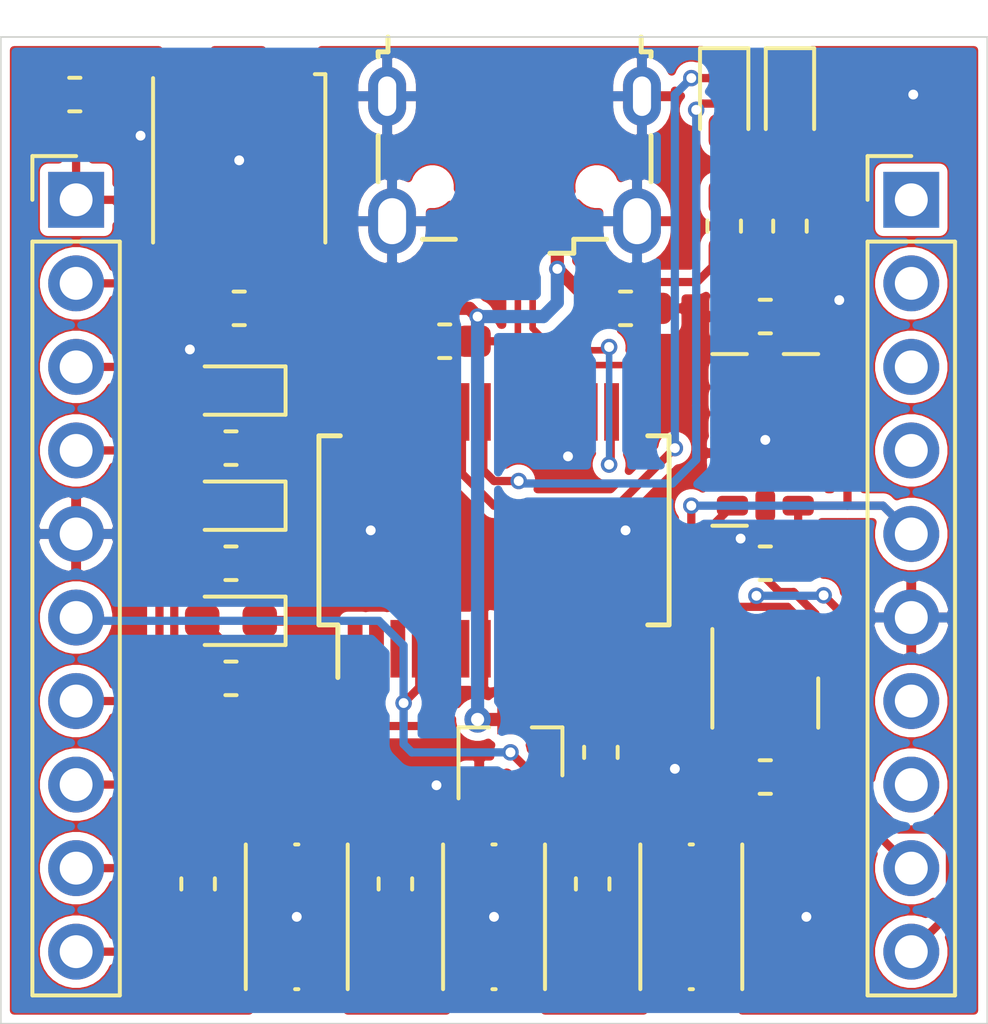
<source format=kicad_pcb>
(kicad_pcb (version 20171130) (host pcbnew 5.1.7-a382d34a8~87~ubuntu18.04.1)
  (layers (0 F.Cu signal) (31 B.Cu mixed) (35 F.Paste user) (37 F.SilkS user) (38 B.Mask user) (39 F.Mask user) (44 Edge.Cuts user))
  (net 0 "")
  (net 1 GND)
  (net 2 +5V)
  (net 3 +3V3)
  (net 4 "Net-(D1-Pad2)")
  (net 5 /TXLED)
  (net 6 "Net-(D2-Pad2)")
  (net 7 /RXLED)
  (net 8 "Net-(U2-Pad28)")
  (net 9 "Net-(U2-Pad27)")
  (net 10 "Net-(U2-Pad19)")
  (net 11 "Net-(U2-Pad17)")
  (net 12 "Net-(U2-Pad14)")
  (net 13 "Net-(U2-Pad13)")
  (net 14 "Net-(U2-Pad12)")
  (net 15 "Net-(U2-Pad11)")
  (net 16 "Net-(U2-Pad10)")
  (net 17 "Net-(U2-Pad9)")
  (net 18 "Net-(U2-Pad6)")
  (net 19 "Net-(U2-Pad3)")
  (net 20 "Net-(U2-Pad2)")
  (net 21 "Net-(J1-Pad4)")
  (net 22 /PA05)
  (net 23 /PA06)
  (net 24 /PA07)
  (net 25 /PA08)
  (net 26 /PA14)
  (net 27 /PA15)
  (net 28 /PA16)
  (net 29 /PA22)
  (net 30 /PA23)
  (net 31 /PA04)
  (net 32 /PA03)
  (net 33 /PA02)
  (net 34 /PA31)
  (net 35 /PA30)
  (net 36 /~RST)
  (net 37 "Net-(R3-Pad1)")
  (net 38 "Net-(R4-Pad1)")
  (net 39 "Net-(R5-Pad1)")
  (net 40 /PA09)
  (net 41 "Net-(D3-Pad2)")
  (net 42 "Net-(D3-Pad4)")
  (net 43 "Net-(U3-Pad4)")
  (net 44 "Net-(U3-Pad3)")
  (net 45 "Net-(U4-Pad10)")
  (net 46 "Net-(U4-Pad9)")
  (net 47 "Net-(U4-Pad8)")
  (net 48 "Net-(D4-Pad2)")
  (net 49 "Net-(D5-Pad2)")
  (net 50 "Net-(D6-Pad2)")
  (net 51 /D+)
  (net 52 /D-)
  (module Capacitor_SMD:C_0603_1608Metric_Pad1.05x0.95mm_HandSolder (layer F.Cu) (at 113.5 79.25 180)
    (fp_text reference C7 hide)
    (fp_text value 100n)
    (fp_line (start -0.171267 -0.51) (end 0.171267 -0.51) (layer F.SilkS) (width 0.12))
    (fp_line (start -0.171267 0.51) (end 0.171267 0.51) (layer F.SilkS) (width 0.12))
    (pad 2 smd roundrect (at 0.875 0 180) (size 1.05 0.95) (layers F.Cu F.Paste F.Mask) (net 1 GND))
    (pad 1 smd roundrect (at -0.875 0 180) (size 1.05 0.95) (layers F.Cu F.Paste F.Mask) (net 2 +5V))
  )
  (module Capacitor_SMD:C_0603_1608Metric_Pad1.05x0.95mm_HandSolder (layer F.Cu) (at 123.25 78.5 180)
    (fp_text reference C6 hide)
    (fp_text value 100n)
    (fp_line (start -0.171267 -0.51) (end 0.171267 -0.51) (layer F.SilkS) (width 0.12))
    (fp_line (start -0.171267 0.51) (end 0.171267 0.51) (layer F.SilkS) (width 0.12))
    (pad 2 smd roundrect (at 0.875 0 180) (size 1.05 0.95) (layers F.Cu F.Paste F.Mask) (net 1 GND))
    (pad 1 smd roundrect (at -0.875 0 180) (size 1.05 0.95) (layers F.Cu F.Paste F.Mask) (net 3 +3V3))
  )
  (module Resistor_SMD:R_0603_1608Metric_Pad1.05x0.95mm_HandSolder (layer F.Cu) (at 107 82.5 180)
    (fp_text reference R9 hide)
    (fp_text value 330R)
    (fp_line (start -0.171267 0.51) (end 0.171267 0.51) (layer F.SilkS) (width 0.12))
    (fp_line (start -0.171267 -0.51) (end 0.171267 -0.51) (layer F.SilkS) (width 0.12))
    (pad 2 smd roundrect (at 0.875 0 180) (size 1.05 0.95) (layers F.Cu F.Paste F.Mask) (net 28 /PA16))
    (pad 1 smd roundrect (at -0.875 0 180) (size 1.05 0.95) (layers F.Cu F.Paste F.Mask) (net 50 "Net-(D6-Pad2)"))
  )
  (module Resistor_SMD:R_0603_1608Metric_Pad1.05x0.95mm_HandSolder (layer F.Cu) (at 107 86 180)
    (fp_text reference R8 hide)
    (fp_text value 330R)
    (fp_line (start -0.171267 0.51) (end 0.171267 0.51) (layer F.SilkS) (width 0.12))
    (fp_line (start -0.171267 -0.51) (end 0.171267 -0.51) (layer F.SilkS) (width 0.12))
    (pad 2 smd roundrect (at 0.875 0 180) (size 1.05 0.95) (layers F.Cu F.Paste F.Mask) (net 27 /PA15))
    (pad 1 smd roundrect (at -0.875 0 180) (size 1.05 0.95) (layers F.Cu F.Paste F.Mask) (net 49 "Net-(D5-Pad2)"))
  )
  (module Resistor_SMD:R_0603_1608Metric_Pad1.05x0.95mm_HandSolder (layer F.Cu) (at 107 89.5 180)
    (fp_text reference R7 hide)
    (fp_text value 330R)
    (fp_line (start -0.171267 0.51) (end 0.171267 0.51) (layer F.SilkS) (width 0.12))
    (fp_line (start -0.171267 -0.51) (end 0.171267 -0.51) (layer F.SilkS) (width 0.12))
    (pad 2 smd roundrect (at 0.875 0 180) (size 1.05 0.95) (layers F.Cu F.Paste F.Mask) (net 26 /PA14))
    (pad 1 smd roundrect (at -0.875 0 180) (size 1.05 0.95) (layers F.Cu F.Paste F.Mask) (net 48 "Net-(D4-Pad2)"))
  )
  (module LED_SMD:LED_0603_1608Metric_Pad1.05x0.95mm_HandSolder (layer F.Cu) (at 107 80.75 180)
    (fp_text reference D6 hide)
    (fp_text value LED)
    (fp_line (start -1.66 0.735) (end 0.8 0.735) (layer F.SilkS) (width 0.12))
    (fp_line (start -1.66 -0.735) (end -1.66 0.735) (layer F.SilkS) (width 0.12))
    (fp_line (start 0.8 -0.735) (end -1.66 -0.735) (layer F.SilkS) (width 0.12))
    (pad 2 smd roundrect (at 0.875 0 180) (size 1.05 0.95) (layers F.Cu F.Paste F.Mask) (net 50 "Net-(D6-Pad2)"))
    (pad 1 smd roundrect (at -0.875 0 180) (size 1.05 0.95) (layers F.Cu F.Paste F.Mask) (net 1 GND))
  )
  (module LED_SMD:LED_0603_1608Metric_Pad1.05x0.95mm_HandSolder (layer F.Cu) (at 107 84.25 180)
    (fp_text reference D5 hide)
    (fp_text value LED)
    (fp_line (start -1.66 0.735) (end 0.8 0.735) (layer F.SilkS) (width 0.12))
    (fp_line (start -1.66 -0.735) (end -1.66 0.735) (layer F.SilkS) (width 0.12))
    (fp_line (start 0.8 -0.735) (end -1.66 -0.735) (layer F.SilkS) (width 0.12))
    (pad 2 smd roundrect (at 0.875 0 180) (size 1.05 0.95) (layers F.Cu F.Paste F.Mask) (net 49 "Net-(D5-Pad2)"))
    (pad 1 smd roundrect (at -0.875 0 180) (size 1.05 0.95) (layers F.Cu F.Paste F.Mask) (net 1 GND))
  )
  (module LED_SMD:LED_0603_1608Metric_Pad1.05x0.95mm_HandSolder (layer F.Cu) (at 107 87.75 180)
    (fp_text reference D4 hide)
    (fp_text value LED)
    (fp_line (start -1.66 0.735) (end 0.8 0.735) (layer F.SilkS) (width 0.12))
    (fp_line (start -1.66 -0.735) (end -1.66 0.735) (layer F.SilkS) (width 0.12))
    (fp_line (start 0.8 -0.735) (end -1.66 -0.735) (layer F.SilkS) (width 0.12))
    (pad 2 smd roundrect (at 0.875 0 180) (size 1.05 0.95) (layers F.Cu F.Paste F.Mask) (net 48 "Net-(D4-Pad2)"))
    (pad 1 smd roundrect (at -0.875 0 180) (size 1.05 0.95) (layers F.Cu F.Paste F.Mask) (net 1 GND))
  )
  (module Capacitor_SMD:C_0603_1608Metric_Pad1.05x0.95mm_HandSolder (layer F.Cu) (at 107.25 78.25)
    (fp_text reference C5 hide)
    (fp_text value 100n)
    (fp_line (start -0.171267 0.51) (end 0.171267 0.51) (layer F.SilkS) (width 0.12))
    (fp_line (start -0.171267 -0.51) (end 0.171267 -0.51) (layer F.SilkS) (width 0.12))
    (pad 2 smd roundrect (at 0.875 0) (size 1.05 0.95) (layers F.Cu F.Paste F.Mask) (net 1 GND))
    (pad 1 smd roundrect (at -0.875 0) (size 1.05 0.95) (layers F.Cu F.Paste F.Mask) (net 2 +5V))
  )
  (module Resistor_SMD:R_0603_1608Metric_Pad1.05x0.95mm_HandSolder (layer F.Cu) (at 102.25 71.75)
    (fp_text reference R6 hide)
    (fp_text value 330R)
    (fp_line (start -0.171267 0.51) (end 0.171267 0.51) (layer F.SilkS) (width 0.12))
    (fp_line (start -0.171267 -0.51) (end 0.171267 -0.51) (layer F.SilkS) (width 0.12))
    (pad 2 smd roundrect (at 0.875 0) (size 1.05 0.95) (layers F.Cu F.Paste F.Mask) (net 41 "Net-(D3-Pad2)"))
    (pad 1 smd roundrect (at -0.875 0) (size 1.05 0.95) (layers F.Cu F.Paste F.Mask) (net 28 /PA16))
  )
  (module Package_LGA:LGA-14_3x5mm_P0.8mm_LayoutBorder1x6y (layer F.Cu) (at 123.25 82.25 180)
    (fp_text reference U4 hide)
    (fp_text value ADXL343)
    (fp_line (start 0.56 2.61) (end 1.61 2.61) (layer F.SilkS) (width 0.12))
    (fp_line (start -0.56 2.61) (end -1.61 2.61) (layer F.SilkS) (width 0.12))
    (fp_line (start 0.56 -2.61) (end 1.61 -2.61) (layer F.SilkS) (width 0.12))
    (pad 14 smd roundrect (at 0 -2 180) (size 0.6 0.95) (layers F.Cu F.Paste F.Mask) (net 30 /PA23))
    (pad 13 smd roundrect (at 1 -2 180) (size 0.95 0.6) (layers F.Cu F.Paste F.Mask) (net 29 /PA22))
    (pad 12 smd roundrect (at 1 -1.2 180) (size 0.95 0.6) (layers F.Cu F.Paste F.Mask) (net 1 GND))
    (pad 11 smd roundrect (at 1 -0.4 180) (size 0.95 0.6) (layers F.Cu F.Paste F.Mask) (net 1 GND))
    (pad 10 smd roundrect (at 1 0.4 180) (size 0.95 0.6) (layers F.Cu F.Paste F.Mask) (net 45 "Net-(U4-Pad10)"))
    (pad 9 smd roundrect (at 1 1.2 180) (size 0.95 0.6) (layers F.Cu F.Paste F.Mask) (net 46 "Net-(U4-Pad9)"))
    (pad 8 smd roundrect (at 1 2 180) (size 0.95 0.6) (layers F.Cu F.Paste F.Mask) (net 47 "Net-(U4-Pad8)"))
    (pad 7 smd roundrect (at 0 2 180) (size 0.6 0.95) (layers F.Cu F.Paste F.Mask) (net 3 +3V3))
    (pad 6 smd roundrect (at -1 2 180) (size 0.95 0.6) (layers F.Cu F.Paste F.Mask) (net 3 +3V3))
    (pad 5 smd roundrect (at -1 1.2 180) (size 0.95 0.6) (layers F.Cu F.Paste F.Mask) (net 1 GND))
    (pad 4 smd roundrect (at -1 0.4 180) (size 0.95 0.6) (layers F.Cu F.Paste F.Mask) (net 1 GND))
    (pad 3 smd roundrect (at -1 -0.4 180) (size 0.95 0.6) (layers F.Cu F.Paste F.Mask) (net 3 +3V3))
    (pad 2 smd roundrect (at -1 -1.2 180) (size 0.95 0.6) (layers F.Cu F.Paste F.Mask) (net 1 GND))
    (pad 1 smd roundrect (at -1 -2 180) (size 0.95 0.6) (layers F.Cu F.Paste F.Mask) (net 3 +3V3))
  )
  (module Capacitor_SMD:C_0603_1608Metric_Pad1.05x0.95mm_HandSolder (layer F.Cu) (at 123.25 86 180)
    (fp_text reference C3 hide)
    (fp_text value 100n)
    (fp_line (start -0.171267 0.51) (end 0.171267 0.51) (layer F.SilkS) (width 0.12))
    (fp_line (start -0.171267 -0.51) (end 0.171267 -0.51) (layer F.SilkS) (width 0.12))
    (pad 2 smd roundrect (at 0.875 0 180) (size 1.05 0.95) (layers F.Cu F.Paste F.Mask) (net 1 GND))
    (pad 1 smd roundrect (at -0.875 0 180) (size 1.05 0.95) (layers F.Cu F.Paste F.Mask) (net 3 +3V3))
  )
  (module Package_DFN_QFN:DFN-6-1EP_3x3mm_P1mm_EP1.5x2.4mm (layer F.Cu) (at 123.25 89.5 270)
    (fp_text reference U3 hide)
    (fp_text value Si7020-A20)
    (fp_line (start -1.5 1.61) (end 1.5 1.61) (layer F.SilkS) (width 0.12))
    (fp_line (start 0 -1.61) (end 1.5 -1.61) (layer F.SilkS) (width 0.12))
    (pad 7 smd rect (at 0 0 270) (size 1.5 2.4) (layers F.Cu F.Mask) (net 1 GND))
    (pad 6 smd roundrect (at 1.45 -1 270) (size 0.8 0.4) (layers F.Cu F.Paste F.Mask) (net 30 /PA23))
    (pad 5 smd roundrect (at 1.45 0 270) (size 0.8 0.4) (layers F.Cu F.Paste F.Mask) (net 3 +3V3))
    (pad 4 smd roundrect (at 1.45 1 270) (size 0.8 0.4) (layers F.Cu F.Paste F.Mask) (net 43 "Net-(U3-Pad4)"))
    (pad 3 smd roundrect (at -1.45 1 270) (size 0.8 0.4) (layers F.Cu F.Paste F.Mask) (net 44 "Net-(U3-Pad3)"))
    (pad 2 smd roundrect (at -1.45 0 270) (size 0.8 0.4) (layers F.Cu F.Paste F.Mask) (net 1 GND))
    (pad 1 smd roundrect (at -1.45 -1 270) (size 0.8 0.4) (layers F.Cu F.Paste F.Mask) (net 29 /PA22))
  )
  (module LED_SMD:LED_Inolux_IN-PI554FCH_PLCC4_5.0x5.0mm_P3.2mm (layer F.Cu) (at 107.25 73.75 270)
    (fp_text reference D3 hide)
    (fp_text value Inolux_IN-PI554FCH)
    (fp_line (start -2.62 -2.3) (end -2.62 -2.62) (layer F.SilkS) (width 0.12))
    (fp_line (start -2.5 2.62) (end 2.5 2.62) (layer F.SilkS) (width 0.12))
    (fp_line (start -2.62 -2.62) (end 2.5 -2.62) (layer F.SilkS) (width 0.12))
    (pad 1 smd rect (at -2.45 -1.6 270) (size 1.5 1) (layers F.Cu F.Paste F.Mask) (net 1 GND))
    (pad 2 smd rect (at -2.45 1.6 270) (size 1.5 1) (layers F.Cu F.Paste F.Mask) (net 41 "Net-(D3-Pad2)"))
    (pad 4 smd rect (at 2.45 -1.6 270) (size 1.5 1) (layers F.Cu F.Paste F.Mask) (net 42 "Net-(D3-Pad4)"))
    (pad 3 smd rect (at 2.45 1.6 270) (size 1.5 1) (layers F.Cu F.Paste F.Mask) (net 2 +5V))
  )
  (module Button_Switch_SMD:SW_Push_1P1T_NO_CK_KMR2 (layer F.Cu) (at 121 96.75 90)
    (fp_text reference SW3 hide)
    (fp_text value SW_Push)
    (fp_line (start 2.2 0.05) (end 2.2 -0.05) (layer F.SilkS) (width 0.12))
    (fp_line (start -2.2 1.55) (end 2.2 1.55) (layer F.SilkS) (width 0.12))
    (fp_line (start 2.2 -1.55) (end -2.2 -1.55) (layer F.SilkS) (width 0.12))
    (fp_line (start -2.2 0.05) (end -2.2 -0.05) (layer F.SilkS) (width 0.12))
    (pad 2 smd rect (at 2.05 0.8 90) (size 0.9 1) (layers F.Cu F.Paste F.Mask) (net 1 GND))
    (pad 1 smd rect (at 2.05 -0.8 90) (size 0.9 1) (layers F.Cu F.Paste F.Mask) (net 39 "Net-(R5-Pad1)"))
    (pad 2 smd rect (at -2.05 0.8 90) (size 0.9 1) (layers F.Cu F.Paste F.Mask) (net 1 GND))
    (pad 1 smd rect (at -2.05 -0.8 90) (size 0.9 1) (layers F.Cu F.Paste F.Mask) (net 39 "Net-(R5-Pad1)"))
  )
  (module Button_Switch_SMD:SW_Push_1P1T_NO_CK_KMR2 (layer F.Cu) (at 115 96.75 90)
    (fp_text reference SW2 hide)
    (fp_text value SW_Push)
    (fp_line (start 2.2 0.05) (end 2.2 -0.05) (layer F.SilkS) (width 0.12))
    (fp_line (start -2.2 1.55) (end 2.2 1.55) (layer F.SilkS) (width 0.12))
    (fp_line (start 2.2 -1.55) (end -2.2 -1.55) (layer F.SilkS) (width 0.12))
    (fp_line (start -2.2 0.05) (end -2.2 -0.05) (layer F.SilkS) (width 0.12))
    (pad 2 smd rect (at 2.05 0.8 90) (size 0.9 1) (layers F.Cu F.Paste F.Mask) (net 1 GND))
    (pad 1 smd rect (at 2.05 -0.8 90) (size 0.9 1) (layers F.Cu F.Paste F.Mask) (net 38 "Net-(R4-Pad1)"))
    (pad 2 smd rect (at -2.05 0.8 90) (size 0.9 1) (layers F.Cu F.Paste F.Mask) (net 1 GND))
    (pad 1 smd rect (at -2.05 -0.8 90) (size 0.9 1) (layers F.Cu F.Paste F.Mask) (net 38 "Net-(R4-Pad1)"))
  )
  (module Button_Switch_SMD:SW_Push_1P1T_NO_CK_KMR2 (layer F.Cu) (at 109 96.75 90)
    (fp_text reference SW1 hide)
    (fp_text value SW_Push)
    (fp_line (start 2.2 0.05) (end 2.2 -0.05) (layer F.SilkS) (width 0.12))
    (fp_line (start -2.2 1.55) (end 2.2 1.55) (layer F.SilkS) (width 0.12))
    (fp_line (start 2.2 -1.55) (end -2.2 -1.55) (layer F.SilkS) (width 0.12))
    (fp_line (start -2.2 0.05) (end -2.2 -0.05) (layer F.SilkS) (width 0.12))
    (pad 2 smd rect (at 2.05 0.8 90) (size 0.9 1) (layers F.Cu F.Paste F.Mask) (net 1 GND))
    (pad 1 smd rect (at 2.05 -0.8 90) (size 0.9 1) (layers F.Cu F.Paste F.Mask) (net 37 "Net-(R3-Pad1)"))
    (pad 2 smd rect (at -2.05 0.8 90) (size 0.9 1) (layers F.Cu F.Paste F.Mask) (net 1 GND))
    (pad 1 smd rect (at -2.05 -0.8 90) (size 0.9 1) (layers F.Cu F.Paste F.Mask) (net 37 "Net-(R3-Pad1)"))
  )
  (module Resistor_SMD:R_0603_1608Metric_Pad1.05x0.95mm_HandSolder (layer F.Cu) (at 118 95.75 90)
    (fp_text reference R5 hide)
    (fp_text value 330R)
    (fp_line (start -0.171267 -0.51) (end 0.171267 -0.51) (layer F.SilkS) (width 0.12))
    (fp_line (start -0.171267 0.51) (end 0.171267 0.51) (layer F.SilkS) (width 0.12))
    (pad 2 smd roundrect (at 0.875 0 90) (size 1.05 0.95) (layers F.Cu F.Paste F.Mask) (net 24 /PA07))
    (pad 1 smd roundrect (at -0.875 0 90) (size 1.05 0.95) (layers F.Cu F.Paste F.Mask) (net 39 "Net-(R5-Pad1)"))
  )
  (module Resistor_SMD:R_0603_1608Metric_Pad1.05x0.95mm_HandSolder (layer F.Cu) (at 112 95.75 90)
    (fp_text reference R4 hide)
    (fp_text value 330R)
    (fp_line (start -0.171267 -0.51) (end 0.171267 -0.51) (layer F.SilkS) (width 0.12))
    (fp_line (start -0.171267 0.51) (end 0.171267 0.51) (layer F.SilkS) (width 0.12))
    (pad 2 smd roundrect (at 0.875 0 90) (size 1.05 0.95) (layers F.Cu F.Paste F.Mask) (net 23 /PA06))
    (pad 1 smd roundrect (at -0.875 0 90) (size 1.05 0.95) (layers F.Cu F.Paste F.Mask) (net 38 "Net-(R4-Pad1)"))
  )
  (module Resistor_SMD:R_0603_1608Metric_Pad1.05x0.95mm_HandSolder (layer F.Cu) (at 106 95.75 90)
    (fp_text reference R3 hide)
    (fp_text value 330R)
    (fp_line (start -0.171267 -0.51) (end 0.171267 -0.51) (layer F.SilkS) (width 0.12))
    (fp_line (start -0.171267 0.51) (end 0.171267 0.51) (layer F.SilkS) (width 0.12))
    (pad 2 smd roundrect (at 0.875 0 90) (size 1.05 0.95) (layers F.Cu F.Paste F.Mask) (net 22 /PA05))
    (pad 1 smd roundrect (at -0.875 0 90) (size 1.05 0.95) (layers F.Cu F.Paste F.Mask) (net 37 "Net-(R3-Pad1)"))
  )
  (module Connector_PinHeader_2.54mm:PinHeader_1x10_P2.54mm_Vertical (layer F.Cu) (at 127.69 74.95)
    (fp_text reference J3 hide)
    (fp_text value Conn_01x10)
    (fp_line (start -1.33 24.19) (end 1.33 24.19) (layer F.SilkS) (width 0.12))
    (fp_line (start -1.33 1.27) (end -1.33 24.19) (layer F.SilkS) (width 0.12))
    (fp_line (start 1.33 1.27) (end 1.33 24.19) (layer F.SilkS) (width 0.12))
    (fp_line (start -1.33 1.27) (end 1.33 1.27) (layer F.SilkS) (width 0.12))
    (fp_line (start -1.33 0) (end -1.33 -1.33) (layer F.SilkS) (width 0.12))
    (fp_line (start -1.33 -1.33) (end 0 -1.33) (layer F.SilkS) (width 0.12))
    (pad 10 thru_hole oval (at 0 22.86) (size 1.7 1.7) (drill 1) (layers *.Cu *.Mask) (net 29 /PA22))
    (pad 9 thru_hole oval (at 0 20.32) (size 1.7 1.7) (drill 1) (layers *.Cu *.Mask) (net 30 /PA23))
    (pad 8 thru_hole oval (at 0 17.78) (size 1.7 1.7) (drill 1) (layers *.Cu *.Mask) (net 31 /PA04))
    (pad 7 thru_hole oval (at 0 15.24) (size 1.7 1.7) (drill 1) (layers *.Cu *.Mask) (net 32 /PA03))
    (pad 6 thru_hole oval (at 0 12.7) (size 1.7 1.7) (drill 1) (layers *.Cu *.Mask) (net 1 GND))
    (pad 5 thru_hole oval (at 0 10.16) (size 1.7 1.7) (drill 1) (layers *.Cu *.Mask) (net 3 +3V3))
    (pad 4 thru_hole oval (at 0 7.62) (size 1.7 1.7) (drill 1) (layers *.Cu *.Mask) (net 33 /PA02))
    (pad 3 thru_hole oval (at 0 5.08) (size 1.7 1.7) (drill 1) (layers *.Cu *.Mask) (net 34 /PA31))
    (pad 2 thru_hole oval (at 0 2.54) (size 1.7 1.7) (drill 1) (layers *.Cu *.Mask) (net 35 /PA30))
    (pad 1 thru_hole rect (at 0 0) (size 1.7 1.7) (drill 1) (layers *.Cu *.Mask) (net 36 /~RST))
  )
  (module Connector_PinHeader_2.54mm:PinHeader_1x10_P2.54mm_Vertical (layer F.Cu) (at 102.29 74.95)
    (fp_text reference J2 hide)
    (fp_text value Conn_01x10)
    (fp_line (start -1.33 24.19) (end 1.33 24.19) (layer F.SilkS) (width 0.12))
    (fp_line (start -1.33 1.27) (end -1.33 24.19) (layer F.SilkS) (width 0.12))
    (fp_line (start 1.33 1.27) (end 1.33 24.19) (layer F.SilkS) (width 0.12))
    (fp_line (start -1.33 1.27) (end 1.33 1.27) (layer F.SilkS) (width 0.12))
    (fp_line (start -1.33 0) (end -1.33 -1.33) (layer F.SilkS) (width 0.12))
    (fp_line (start -1.33 -1.33) (end 0 -1.33) (layer F.SilkS) (width 0.12))
    (pad 10 thru_hole oval (at 0 22.86) (size 1.7 1.7) (drill 1) (layers *.Cu *.Mask) (net 22 /PA05))
    (pad 9 thru_hole oval (at 0 20.32) (size 1.7 1.7) (drill 1) (layers *.Cu *.Mask) (net 23 /PA06))
    (pad 8 thru_hole oval (at 0 17.78) (size 1.7 1.7) (drill 1) (layers *.Cu *.Mask) (net 24 /PA07))
    (pad 7 thru_hole oval (at 0 15.24) (size 1.7 1.7) (drill 1) (layers *.Cu *.Mask) (net 25 /PA08))
    (pad 6 thru_hole oval (at 0 12.7) (size 1.7 1.7) (drill 1) (layers *.Cu *.Mask) (net 3 +3V3))
    (pad 5 thru_hole oval (at 0 10.16) (size 1.7 1.7) (drill 1) (layers *.Cu *.Mask) (net 1 GND))
    (pad 4 thru_hole oval (at 0 7.62) (size 1.7 1.7) (drill 1) (layers *.Cu *.Mask) (net 40 /PA09))
    (pad 3 thru_hole oval (at 0 5.08) (size 1.7 1.7) (drill 1) (layers *.Cu *.Mask) (net 26 /PA14))
    (pad 2 thru_hole oval (at 0 2.54) (size 1.7 1.7) (drill 1) (layers *.Cu *.Mask) (net 27 /PA15))
    (pad 1 thru_hole rect (at 0 0) (size 1.7 1.7) (drill 1) (layers *.Cu *.Mask) (net 28 /PA16))
  )
  (module Connector_USB:USB_Micro-B_Wuerth_629105150521 (layer F.Cu) (at 115.625 73.75 180)
    (fp_text reference J1 hide)
    (fp_text value USB_B_Micro)
    (fp_line (start -4.15 -0.65) (end -4.15 0.75) (layer F.SilkS) (width 0.15))
    (fp_line (start -4.15 3.15) (end -4.15 3.3) (layer F.SilkS) (width 0.15))
    (fp_line (start -4.15 3.3) (end -3.85 3.3) (layer F.SilkS) (width 0.15))
    (fp_line (start -3.85 3.3) (end -3.85 3.75) (layer F.SilkS) (width 0.15))
    (fp_line (start 3.85 3.75) (end 3.85 3.3) (layer F.SilkS) (width 0.15))
    (fp_line (start 3.85 3.3) (end 4.15 3.3) (layer F.SilkS) (width 0.15))
    (fp_line (start 4.15 3.3) (end 4.15 3.15) (layer F.SilkS) (width 0.15))
    (fp_line (start 4.15 0.75) (end 4.15 -0.65) (layer F.SilkS) (width 0.15))
    (fp_line (start -1.075 -2.825) (end -1.8 -2.825) (layer F.SilkS) (width 0.15))
    (fp_line (start -1.8 -2.825) (end -1.8 -2.4) (layer F.SilkS) (width 0.15))
    (fp_line (start -1.8 -2.4) (end -2.8 -2.4) (layer F.SilkS) (width 0.15))
    (fp_line (start 1.8 -2.4) (end 2.8 -2.4) (layer F.SilkS) (width 0.15))
    (pad "" np_thru_hole oval (at 2.5 -0.8 180) (size 0.8 0.8) (drill 0.8) (layers *.Cu *.Mask))
    (pad "" np_thru_hole oval (at -2.5 -0.8 180) (size 0.8 0.8) (drill 0.8) (layers *.Cu *.Mask))
    (pad 6 thru_hole oval (at 3.875 1.95 180) (size 1.15 1.8) (drill oval 0.55 1.2) (layers *.Cu *.Mask) (net 1 GND))
    (pad 6 thru_hole oval (at -3.875 1.95 180) (size 1.15 1.8) (drill oval 0.55 1.2) (layers *.Cu *.Mask) (net 1 GND))
    (pad 6 thru_hole oval (at 3.725 -1.85 180) (size 1.45 2) (drill oval 0.85 1.4) (layers *.Cu *.Mask) (net 1 GND))
    (pad 6 thru_hole oval (at -3.725 -1.85 180) (size 1.45 2) (drill oval 0.85 1.4) (layers *.Cu *.Mask) (net 1 GND))
    (pad 5 smd rect (at 1.3 -1.9 180) (size 0.45 1.3) (layers F.Cu F.Paste F.Mask) (net 1 GND))
    (pad 4 smd rect (at 0.65 -1.9 180) (size 0.45 1.3) (layers F.Cu F.Paste F.Mask) (net 21 "Net-(J1-Pad4)"))
    (pad 3 smd rect (at 0 -1.9 180) (size 0.45 1.3) (layers F.Cu F.Paste F.Mask) (net 51 /D+))
    (pad 2 smd rect (at -0.65 -1.9 180) (size 0.45 1.3) (layers F.Cu F.Paste F.Mask) (net 52 /D-))
    (pad 1 smd rect (at -1.3 -1.9 180) (size 0.45 1.3) (layers F.Cu F.Paste F.Mask) (net 2 +5V))
  )
  (module Package_SO:SSOP-28_5.3x10.2mm_P0.65mm (layer F.Cu) (at 115 85 90)
    (fp_text reference U2 hide)
    (fp_text value FT232RL)
    (fp_line (start -2.875 -5.325) (end -2.875 -4.75) (layer F.SilkS) (width 0.15))
    (fp_line (start 2.875 -5.325) (end 2.875 -4.675) (layer F.SilkS) (width 0.15))
    (fp_line (start 2.875 5.325) (end 2.875 4.675) (layer F.SilkS) (width 0.15))
    (fp_line (start -2.875 5.325) (end -2.875 4.675) (layer F.SilkS) (width 0.15))
    (fp_line (start -2.875 -5.325) (end 2.875 -5.325) (layer F.SilkS) (width 0.15))
    (fp_line (start -2.875 5.325) (end 2.875 5.325) (layer F.SilkS) (width 0.15))
    (fp_line (start -2.875 -4.75) (end -4.475 -4.75) (layer F.SilkS) (width 0.15))
    (pad 28 smd rect (at 3.6 -4.225 90) (size 1.75 0.45) (layers F.Cu F.Paste F.Mask) (net 8 "Net-(U2-Pad28)"))
    (pad 27 smd rect (at 3.6 -3.575 90) (size 1.75 0.45) (layers F.Cu F.Paste F.Mask) (net 9 "Net-(U2-Pad27)"))
    (pad 26 smd rect (at 3.6 -2.925 90) (size 1.75 0.45) (layers F.Cu F.Paste F.Mask) (net 1 GND))
    (pad 25 smd rect (at 3.6 -2.275 90) (size 1.75 0.45) (layers F.Cu F.Paste F.Mask) (net 1 GND))
    (pad 24 smd rect (at 3.6 -1.625 90) (size 1.75 0.45) (layers F.Cu F.Paste F.Mask))
    (pad 23 smd rect (at 3.6 -0.975 90) (size 1.75 0.45) (layers F.Cu F.Paste F.Mask) (net 5 /TXLED))
    (pad 22 smd rect (at 3.6 -0.325 90) (size 1.75 0.45) (layers F.Cu F.Paste F.Mask) (net 7 /RXLED))
    (pad 21 smd rect (at 3.6 0.325 90) (size 1.75 0.45) (layers F.Cu F.Paste F.Mask) (net 1 GND))
    (pad 20 smd rect (at 3.6 0.975 90) (size 1.75 0.45) (layers F.Cu F.Paste F.Mask) (net 2 +5V))
    (pad 19 smd rect (at 3.6 1.625 90) (size 1.75 0.45) (layers F.Cu F.Paste F.Mask) (net 10 "Net-(U2-Pad19)"))
    (pad 18 smd rect (at 3.6 2.275 90) (size 1.75 0.45) (layers F.Cu F.Paste F.Mask) (net 1 GND))
    (pad 17 smd rect (at 3.6 2.925 90) (size 1.75 0.45) (layers F.Cu F.Paste F.Mask) (net 11 "Net-(U2-Pad17)"))
    (pad 16 smd rect (at 3.6 3.575 90) (size 1.75 0.45) (layers F.Cu F.Paste F.Mask) (net 52 /D-))
    (pad 15 smd rect (at 3.6 4.225 90) (size 1.75 0.45) (layers F.Cu F.Paste F.Mask) (net 51 /D+))
    (pad 14 smd rect (at -3.6 4.225 90) (size 1.75 0.45) (layers F.Cu F.Paste F.Mask) (net 12 "Net-(U2-Pad14)"))
    (pad 13 smd rect (at -3.6 3.575 90) (size 1.75 0.45) (layers F.Cu F.Paste F.Mask) (net 13 "Net-(U2-Pad13)"))
    (pad 12 smd rect (at -3.6 2.925 90) (size 1.75 0.45) (layers F.Cu F.Paste F.Mask) (net 14 "Net-(U2-Pad12)"))
    (pad 11 smd rect (at -3.6 2.275 90) (size 1.75 0.45) (layers F.Cu F.Paste F.Mask) (net 15 "Net-(U2-Pad11)"))
    (pad 10 smd rect (at -3.6 1.625 90) (size 1.75 0.45) (layers F.Cu F.Paste F.Mask) (net 16 "Net-(U2-Pad10)"))
    (pad 9 smd rect (at -3.6 0.975 90) (size 1.75 0.45) (layers F.Cu F.Paste F.Mask) (net 17 "Net-(U2-Pad9)"))
    (pad 8 smd rect (at -3.6 0.325 90) (size 1.75 0.45) (layers F.Cu F.Paste F.Mask))
    (pad 7 smd rect (at -3.6 -0.325 90) (size 1.75 0.45) (layers F.Cu F.Paste F.Mask) (net 1 GND))
    (pad 6 smd rect (at -3.6 -0.975 90) (size 1.75 0.45) (layers F.Cu F.Paste F.Mask) (net 18 "Net-(U2-Pad6)"))
    (pad 5 smd rect (at -3.6 -1.625 90) (size 1.75 0.45) (layers F.Cu F.Paste F.Mask) (net 25 /PA08))
    (pad 4 smd rect (at -3.6 -2.275 90) (size 1.75 0.45) (layers F.Cu F.Paste F.Mask) (net 3 +3V3))
    (pad 3 smd rect (at -3.6 -2.925 90) (size 1.75 0.45) (layers F.Cu F.Paste F.Mask) (net 19 "Net-(U2-Pad3)"))
    (pad 2 smd rect (at -3.6 -3.575 90) (size 1.75 0.45) (layers F.Cu F.Paste F.Mask) (net 20 "Net-(U2-Pad2)"))
    (pad 1 smd rect (at -3.6 -4.225 90) (size 1.75 0.45) (layers F.Cu F.Paste F.Mask) (net 40 /PA09))
  )
  (module Package_TO_SOT_SMD:SOT-23 (layer F.Cu) (at 115.5 91.75 90)
    (fp_text reference U1 hide)
    (fp_text value MCP1700-3302E_SOT23)
    (fp_line (start 0.76 1.58) (end 0.76 0.65) (layer F.SilkS) (width 0.12))
    (fp_line (start 0.76 -1.58) (end 0.76 -0.65) (layer F.SilkS) (width 0.12))
    (fp_line (start 0.76 -1.58) (end -1.4 -1.58) (layer F.SilkS) (width 0.12))
    (fp_line (start 0.76 1.58) (end -0.7 1.58) (layer F.SilkS) (width 0.12))
    (pad 3 smd rect (at 1 0 90) (size 0.9 0.8) (layers F.Cu F.Paste F.Mask) (net 2 +5V))
    (pad 2 smd rect (at -1 0.95 90) (size 0.9 0.8) (layers F.Cu F.Paste F.Mask) (net 3 +3V3))
    (pad 1 smd rect (at -1 -0.95 90) (size 0.9 0.8) (layers F.Cu F.Paste F.Mask) (net 1 GND))
  )
  (module Resistor_SMD:R_0603_1608Metric_Pad1.05x0.95mm_HandSolder (layer F.Cu) (at 124 75.75 90)
    (fp_text reference R2 hide)
    (fp_text value 330R)
    (fp_line (start -0.171267 -0.51) (end 0.171267 -0.51) (layer F.SilkS) (width 0.12))
    (fp_line (start -0.171267 0.51) (end 0.171267 0.51) (layer F.SilkS) (width 0.12))
    (pad 2 smd roundrect (at 0.875 0 90) (size 1.05 0.95) (layers F.Cu F.Paste F.Mask) (net 6 "Net-(D2-Pad2)"))
    (pad 1 smd roundrect (at -0.875 0 90) (size 1.05 0.95) (layers F.Cu F.Paste F.Mask) (net 2 +5V))
  )
  (module Resistor_SMD:R_0603_1608Metric_Pad1.05x0.95mm_HandSolder (layer F.Cu) (at 122 75.75 90)
    (fp_text reference R1 hide)
    (fp_text value 330R)
    (fp_line (start -0.171267 -0.51) (end 0.171267 -0.51) (layer F.SilkS) (width 0.12))
    (fp_line (start -0.171267 0.51) (end 0.171267 0.51) (layer F.SilkS) (width 0.12))
    (pad 2 smd roundrect (at 0.875 0 90) (size 1.05 0.95) (layers F.Cu F.Paste F.Mask) (net 4 "Net-(D1-Pad2)"))
    (pad 1 smd roundrect (at -0.875 0 90) (size 1.05 0.95) (layers F.Cu F.Paste F.Mask) (net 2 +5V))
  )
  (module LED_SMD:LED_0603_1608Metric_Pad1.05x0.95mm_HandSolder (layer F.Cu) (at 124 72 270)
    (fp_text reference D2 hide)
    (fp_text value LED)
    (fp_line (start 0.8 -0.735) (end -1.66 -0.735) (layer F.SilkS) (width 0.12))
    (fp_line (start -1.66 -0.735) (end -1.66 0.735) (layer F.SilkS) (width 0.12))
    (fp_line (start -1.66 0.735) (end 0.8 0.735) (layer F.SilkS) (width 0.12))
    (pad 2 smd roundrect (at 0.875 0 270) (size 1.05 0.95) (layers F.Cu F.Paste F.Mask) (net 6 "Net-(D2-Pad2)"))
    (pad 1 smd roundrect (at -0.875 0 270) (size 1.05 0.95) (layers F.Cu F.Paste F.Mask) (net 7 /RXLED))
  )
  (module LED_SMD:LED_0603_1608Metric_Pad1.05x0.95mm_HandSolder (layer F.Cu) (at 122 72 270)
    (fp_text reference D1 hide)
    (fp_text value LED)
    (fp_line (start 0.8 -0.735) (end -1.66 -0.735) (layer F.SilkS) (width 0.12))
    (fp_line (start -1.66 -0.735) (end -1.66 0.735) (layer F.SilkS) (width 0.12))
    (fp_line (start -1.66 0.735) (end 0.8 0.735) (layer F.SilkS) (width 0.12))
    (pad 2 smd roundrect (at 0.875 0 270) (size 1.05 0.95) (layers F.Cu F.Paste F.Mask) (net 4 "Net-(D1-Pad2)"))
    (pad 1 smd roundrect (at -0.875 0 270) (size 1.05 0.95) (layers F.Cu F.Paste F.Mask) (net 5 /TXLED))
  )
  (module Capacitor_SMD:C_0603_1608Metric_Pad1.05x0.95mm_HandSolder (layer F.Cu) (at 123.25 92.5 180)
    (fp_text reference C4 hide)
    (fp_text value 100n)
    (fp_line (start -0.171267 -0.51) (end 0.171267 -0.51) (layer F.SilkS) (width 0.12))
    (fp_line (start -0.171267 0.51) (end 0.171267 0.51) (layer F.SilkS) (width 0.12))
    (pad 2 smd roundrect (at 0.875 0 180) (size 1.05 0.95) (layers F.Cu F.Paste F.Mask) (net 1 GND))
    (pad 1 smd roundrect (at -0.875 0 180) (size 1.05 0.95) (layers F.Cu F.Paste F.Mask) (net 3 +3V3))
  )
  (module Capacitor_SMD:C_0603_1608Metric_Pad1.05x0.95mm_HandSolder (layer F.Cu) (at 118.25 91.75 90)
    (fp_text reference C2 hide)
    (fp_text value 2u2)
    (fp_line (start -0.171267 -0.51) (end 0.171267 -0.51) (layer F.SilkS) (width 0.12))
    (fp_line (start -0.171267 0.51) (end 0.171267 0.51) (layer F.SilkS) (width 0.12))
    (pad 2 smd roundrect (at 0.875 0 90) (size 1.05 0.95) (layers F.Cu F.Paste F.Mask) (net 1 GND))
    (pad 1 smd roundrect (at -0.875 0 90) (size 1.05 0.95) (layers F.Cu F.Paste F.Mask) (net 3 +3V3))
  )
  (module Capacitor_SMD:C_0603_1608Metric_Pad1.05x0.95mm_HandSolder (layer F.Cu) (at 119 78.25)
    (fp_text reference C1 hide)
    (fp_text value 2u2)
    (fp_line (start -0.171267 -0.51) (end 0.171267 -0.51) (layer F.SilkS) (width 0.12))
    (fp_line (start -0.171267 0.51) (end 0.171267 0.51) (layer F.SilkS) (width 0.12))
    (pad 2 smd roundrect (at 0.875 0) (size 1.05 0.95) (layers F.Cu F.Paste F.Mask) (net 1 GND))
    (pad 1 smd roundrect (at -0.875 0) (size 1.05 0.95) (layers F.Cu F.Paste F.Mask) (net 2 +5V))
  )
  (gr_line (start 100 70) (end 100 100) (layer Edge.Cuts) (width 0.05))
  (gr_line (start 130 70) (end 100 70) (layer Edge.Cuts) (width 0.05))
  (gr_line (start 130 100) (end 130 70) (layer Edge.Cuts) (width 0.05))
  (gr_line (start 100 100) (end 130 100) (layer Edge.Cuts) (width 0.05))
  (via (at 122.5 85.25) (size 0.5) (drill 0.3) (layers F.Cu B.Cu) (net 1))
  (segment (start 123.775 83.45) (end 123.25 82.925) (width 0.25) (layer F.Cu) (net 1))
  (segment (start 124.25 83.45) (end 123.775 83.45) (width 0.25) (layer F.Cu) (net 1))
  (segment (start 123.25 82.925) (end 123.25 82.75) (width 0.25) (layer F.Cu) (net 1))
  (segment (start 122.35 82.75) (end 122.25 82.65) (width 0.25) (layer F.Cu) (net 1))
  (segment (start 123.25 82.75) (end 122.35 82.75) (width 0.25) (layer F.Cu) (net 1))
  (via (at 109 96.75) (size 0.5) (drill 0.3) (layers F.Cu B.Cu) (net 1))
  (via (at 115 96.75) (size 0.5) (drill 0.3) (layers F.Cu B.Cu) (net 1))
  (via (at 120.5 92.25) (size 0.5) (drill 0.3) (layers F.Cu B.Cu) (net 1))
  (via (at 117.25 82.75) (size 0.5) (drill 0.3) (layers F.Cu B.Cu) (net 1))
  (via (at 111.25 85) (size 0.5) (drill 0.3) (layers F.Cu B.Cu) (net 1))
  (via (at 119 85) (size 0.5) (drill 0.3) (layers F.Cu B.Cu) (net 1))
  (via (at 127.75 71.75) (size 0.5) (drill 0.3) (layers F.Cu B.Cu) (net 1))
  (via (at 107.25 73.75) (size 0.5) (drill 0.3) (layers F.Cu B.Cu) (net 1))
  (via (at 104.25 73) (size 0.5) (drill 0.3) (layers F.Cu B.Cu) (net 1))
  (via (at 113.25 92.75) (size 0.5) (drill 0.3) (layers F.Cu B.Cu) (net 1))
  (via (at 105.75 79.5) (size 0.5) (drill 0.3) (layers F.Cu B.Cu) (net 1))
  (via (at 123.25 82.25) (size 0.5) (drill 0.3) (layers F.Cu B.Cu) (net 1))
  (via (at 125.5 78) (size 0.5) (drill 0.3) (layers F.Cu B.Cu) (net 1))
  (via (at 124.5 96.75) (size 0.5) (drill 0.3) (layers F.Cu B.Cu) (net 1))
  (segment (start 122 76.625) (end 124 76.625) (width 0.25) (layer F.Cu) (net 2))
  (segment (start 118.92501 77.44999) (end 121.17501 77.44999) (width 0.25) (layer F.Cu) (net 2))
  (segment (start 121.17501 77.44999) (end 122 76.625) (width 0.25) (layer F.Cu) (net 2))
  (segment (start 118.125 78.25) (end 118.92501 77.44999) (width 0.25) (layer F.Cu) (net 2))
  (segment (start 116.925 77.05) (end 118.125 78.25) (width 0.4) (layer F.Cu) (net 2))
  (segment (start 116.925 75.65) (end 116.925 77.05) (width 0.4) (layer F.Cu) (net 2))
  (via (at 116.925 77.05) (size 0.5) (drill 0.3) (layers F.Cu B.Cu) (net 2))
  (segment (start 116.925 77.05) (end 116.925 78.075) (width 0.4) (layer B.Cu) (net 2))
  (via (at 114.5 78.5) (size 0.5) (drill 0.3) (layers F.Cu B.Cu) (net 2))
  (segment (start 116.925 78.075) (end 116.5 78.5) (width 0.4) (layer B.Cu) (net 2))
  (segment (start 116.5 78.5) (end 114.5 78.5) (width 0.4) (layer B.Cu) (net 2))
  (segment (start 114.5 79.125) (end 114.375 79.25) (width 0.4) (layer F.Cu) (net 2))
  (segment (start 114.5 78.5) (end 114.5 79.125) (width 0.4) (layer F.Cu) (net 2))
  (segment (start 115.75 80.05) (end 115.75 79.669254) (width 0.25) (layer F.Cu) (net 2))
  (segment (start 115.975 81.4) (end 115.975 80.275) (width 0.25) (layer F.Cu) (net 2))
  (segment (start 115.975 80.275) (end 115.75 80.05) (width 0.25) (layer F.Cu) (net 2))
  (segment (start 115.330746 79.25) (end 114.375 79.25) (width 0.25) (layer F.Cu) (net 2))
  (segment (start 115.75 79.669254) (end 115.330746 79.25) (width 0.25) (layer F.Cu) (net 2))
  (segment (start 107.25001 79.12501) (end 106.375 78.25) (width 0.4) (layer F.Cu) (net 2))
  (segment (start 108.676566 79.12501) (end 107.25001 79.12501) (width 0.4) (layer F.Cu) (net 2))
  (segment (start 109.551575 78.250001) (end 108.676566 79.12501) (width 0.4) (layer F.Cu) (net 2))
  (segment (start 114.250001 78.250001) (end 109.551575 78.250001) (width 0.4) (layer F.Cu) (net 2))
  (segment (start 114.5 78.5) (end 114.250001 78.250001) (width 0.4) (layer F.Cu) (net 2))
  (segment (start 106.375 77.625) (end 106 77.25) (width 0.4) (layer F.Cu) (net 2))
  (segment (start 106.375 78.25) (end 106.375 77.625) (width 0.4) (layer F.Cu) (net 2))
  (segment (start 106 76.55) (end 105.65 76.2) (width 0.4) (layer F.Cu) (net 2))
  (segment (start 106 77.25) (end 106 76.55) (width 0.4) (layer F.Cu) (net 2))
  (via (at 114.5 90.75) (size 0.8) (drill 0.4) (layers F.Cu B.Cu) (net 2))
  (segment (start 115.5 90.75) (end 114.5 90.75) (width 0.4) (layer F.Cu) (net 2))
  (segment (start 114.5 90.75) (end 114.5 78.5) (width 0.4) (layer B.Cu) (net 2))
  (segment (start 123.25 80.25) (end 124.25 80.25) (width 0.25) (layer F.Cu) (net 3))
  (segment (start 124.25 78.625) (end 124.125 78.5) (width 0.25) (layer F.Cu) (net 3))
  (segment (start 124.25 80.25) (end 124.25 78.625) (width 0.25) (layer F.Cu) (net 3))
  (segment (start 124.25 85.875) (end 124.125 86) (width 0.25) (layer F.Cu) (net 3))
  (segment (start 124.25 84.25) (end 124.25 85.875) (width 0.25) (layer F.Cu) (net 3))
  (segment (start 123.25 91.625) (end 123.25 90.95) (width 0.25) (layer F.Cu) (net 3))
  (segment (start 124.125 92.5) (end 123.25 91.625) (width 0.25) (layer F.Cu) (net 3))
  (segment (start 126.83 84.25) (end 127.69 85.11) (width 0.25) (layer F.Cu) (net 3))
  (segment (start 124.25 80.25) (end 125.5 80.25) (width 0.25) (layer F.Cu) (net 3))
  (segment (start 125.5 80.25) (end 125.75 80.5) (width 0.25) (layer F.Cu) (net 3))
  (segment (start 124.25 84.25) (end 125.75 84.25) (width 0.25) (layer F.Cu) (net 3))
  (segment (start 125.75 84.25) (end 126.83 84.25) (width 0.25) (layer F.Cu) (net 3))
  (segment (start 125.75 82.75) (end 124.35 82.75) (width 0.25) (layer F.Cu) (net 3))
  (segment (start 125.75 82.75) (end 125.75 84.25) (width 0.25) (layer F.Cu) (net 3))
  (segment (start 124.35 82.75) (end 124.25 82.65) (width 0.25) (layer F.Cu) (net 3))
  (segment (start 125.75 80.5) (end 125.75 82.75) (width 0.25) (layer F.Cu) (net 3))
  (segment (start 118.125 92.75) (end 118.25 92.625) (width 0.25) (layer F.Cu) (net 3))
  (segment (start 116.45 92.75) (end 118.125 92.75) (width 0.25) (layer F.Cu) (net 3))
  (segment (start 123.32499 93.30001) (end 124.125 92.5) (width 0.25) (layer F.Cu) (net 3))
  (segment (start 118.92501 93.30001) (end 123.32499 93.30001) (width 0.25) (layer F.Cu) (net 3))
  (segment (start 118.25 92.625) (end 118.92501 93.30001) (width 0.25) (layer F.Cu) (net 3))
  (via (at 121 84.25) (size 0.5) (drill 0.3) (layers F.Cu B.Cu) (net 3))
  (segment (start 118.25 92.625) (end 121 89.875) (width 0.25) (layer F.Cu) (net 3))
  (segment (start 121 89.875) (end 121 84.25) (width 0.25) (layer F.Cu) (net 3))
  (segment (start 126.83 84.25) (end 127.69 85.11) (width 0.25) (layer B.Cu) (net 3))
  (segment (start 121 84.25) (end 126.83 84.25) (width 0.25) (layer B.Cu) (net 3))
  (via (at 112.25 90.25) (size 0.5) (drill 0.3) (layers F.Cu B.Cu) (net 3))
  (segment (start 112.725 88.6) (end 112.725 89.775) (width 0.25) (layer F.Cu) (net 3))
  (segment (start 112.725 89.775) (end 112.25 90.25) (width 0.25) (layer F.Cu) (net 3))
  (segment (start 116.45 92.75) (end 116.45 92.7) (width 0.25) (layer F.Cu) (net 3))
  (via (at 115.5 91.75) (size 0.5) (drill 0.3) (layers F.Cu B.Cu) (net 3))
  (segment (start 116.45 92.7) (end 115.5 91.75) (width 0.25) (layer F.Cu) (net 3))
  (segment (start 112.25 91.5) (end 112.25 90.25) (width 0.25) (layer B.Cu) (net 3))
  (segment (start 115.5 91.75) (end 112.5 91.75) (width 0.25) (layer B.Cu) (net 3))
  (segment (start 112.5 91.75) (end 112.25 91.5) (width 0.25) (layer B.Cu) (net 3))
  (segment (start 112.25 90.25) (end 112.25 88.5) (width 0.25) (layer B.Cu) (net 3))
  (segment (start 112.25 88.5) (end 111.5 87.75) (width 0.25) (layer B.Cu) (net 3))
  (segment (start 102.39 87.75) (end 102.29 87.65) (width 0.25) (layer B.Cu) (net 3))
  (segment (start 111.5 87.75) (end 102.39 87.75) (width 0.25) (layer B.Cu) (net 3))
  (segment (start 122 74.875) (end 122 72.875) (width 0.25) (layer F.Cu) (net 4))
  (segment (start 114.025 81.4) (end 114.025 83.275) (width 0.25) (layer F.Cu) (net 5))
  (segment (start 114.025 83.275) (end 115 84.25) (width 0.25) (layer F.Cu) (net 5))
  (via (at 120.5 82.5) (size 0.5) (drill 0.3) (layers F.Cu B.Cu) (net 5))
  (segment (start 115 84.25) (end 118.75 84.25) (width 0.25) (layer F.Cu) (net 5))
  (segment (start 118.75 84.25) (end 120.5 82.5) (width 0.25) (layer F.Cu) (net 5))
  (segment (start 120.5 82.5) (end 120.5 71.75) (width 0.25) (layer B.Cu) (net 5))
  (via (at 121 71.25) (size 0.5) (drill 0.3) (layers F.Cu B.Cu) (net 5))
  (segment (start 120.5 71.75) (end 121 71.25) (width 0.25) (layer B.Cu) (net 5))
  (segment (start 121.875 71.25) (end 122 71.125) (width 0.25) (layer F.Cu) (net 5))
  (segment (start 121 71.25) (end 121.875 71.25) (width 0.25) (layer F.Cu) (net 5))
  (segment (start 124 74.875) (end 124 72.875) (width 0.25) (layer F.Cu) (net 6))
  (via (at 121.148551 72.214347) (size 0.5) (drill 0.3) (layers F.Cu B.Cu) (net 7))
  (segment (start 123.10001 72.02499) (end 124 71.125) (width 0.25) (layer F.Cu) (net 7))
  (segment (start 121.337908 72.02499) (end 123.10001 72.02499) (width 0.25) (layer F.Cu) (net 7))
  (segment (start 121.148551 72.214347) (end 121.337908 72.02499) (width 0.25) (layer F.Cu) (net 7))
  (via (at 115.75 83.5) (size 0.5) (drill 0.3) (layers F.Cu B.Cu) (net 7))
  (segment (start 121.148551 82.851449) (end 121.148551 81.202451) (width 0.25) (layer B.Cu) (net 7))
  (segment (start 121.148551 81.202451) (end 121.148551 72.214347) (width 0.25) (layer B.Cu) (net 7))
  (segment (start 120.424999 83.575001) (end 121.148551 82.851449) (width 0.25) (layer B.Cu) (net 7))
  (segment (start 115.75 83.5) (end 115.825001 83.575001) (width 0.25) (layer B.Cu) (net 7))
  (segment (start 115.825001 83.575001) (end 120.424999 83.575001) (width 0.25) (layer B.Cu) (net 7))
  (segment (start 114.675 81.4) (end 114.675 83.175) (width 0.25) (layer F.Cu) (net 7))
  (segment (start 115 83.5) (end 115.75 83.5) (width 0.25) (layer F.Cu) (net 7))
  (segment (start 114.675 83.175) (end 115 83.5) (width 0.25) (layer F.Cu) (net 7))
  (segment (start 106 94.875) (end 105.125 94.875) (width 0.25) (layer F.Cu) (net 22))
  (segment (start 105.125 94.875) (end 104.75 95.25) (width 0.25) (layer F.Cu) (net 22))
  (segment (start 104.75 95.25) (end 104.75 97.5) (width 0.25) (layer F.Cu) (net 22))
  (segment (start 104.44 97.81) (end 102.29 97.81) (width 0.25) (layer F.Cu) (net 22))
  (segment (start 104.75 97.5) (end 104.44 97.81) (width 0.25) (layer F.Cu) (net 22))
  (segment (start 111.049999 93.924999) (end 105.325001 93.924999) (width 0.25) (layer F.Cu) (net 23))
  (segment (start 112 94.875) (end 111.049999 93.924999) (width 0.25) (layer F.Cu) (net 23))
  (segment (start 103.98 95.27) (end 102.29 95.27) (width 0.25) (layer F.Cu) (net 23))
  (segment (start 105.325001 93.924999) (end 103.98 95.27) (width 0.25) (layer F.Cu) (net 23))
  (segment (start 104.48 92.73) (end 104.02 92.73) (width 0.25) (layer F.Cu) (net 24))
  (segment (start 111.236399 93.474989) (end 105.224989 93.474989) (width 0.25) (layer F.Cu) (net 24))
  (segment (start 111.51141 93.75) (end 111.236399 93.474989) (width 0.25) (layer F.Cu) (net 24))
  (segment (start 104.02 92.73) (end 102.29 92.73) (width 0.25) (layer F.Cu) (net 24))
  (segment (start 105.224989 93.474989) (end 104.48 92.73) (width 0.25) (layer F.Cu) (net 24))
  (segment (start 117.4 93.75) (end 111.51141 93.75) (width 0.25) (layer F.Cu) (net 24))
  (segment (start 118 94.35) (end 117.4 93.75) (width 0.25) (layer F.Cu) (net 24))
  (segment (start 118 94.875) (end 118 94.35) (width 0.25) (layer F.Cu) (net 24))
  (segment (start 112.799991 90.950009) (end 105.618089 90.950009) (width 0.25) (layer F.Cu) (net 25))
  (segment (start 105.618089 90.950009) (end 104.85808 90.19) (width 0.25) (layer F.Cu) (net 25))
  (segment (start 113.375 90.375) (end 112.799991 90.950009) (width 0.25) (layer F.Cu) (net 25))
  (segment (start 104.85808 90.19) (end 102.29 90.19) (width 0.25) (layer F.Cu) (net 25))
  (segment (start 113.375 88.6) (end 113.375 90.375) (width 0.25) (layer F.Cu) (net 25))
  (segment (start 102.29 80.03) (end 103.629981 80.03) (width 0.25) (layer F.Cu) (net 26))
  (segment (start 103.849982 80.250001) (end 103.849982 81.497802) (width 0.25) (layer F.Cu) (net 26))
  (segment (start 103.629981 80.03) (end 103.849982 80.250001) (width 0.25) (layer F.Cu) (net 26))
  (segment (start 104.824981 82.472801) (end 104.824981 85.336391) (width 0.25) (layer F.Cu) (net 26))
  (segment (start 103.849982 81.497802) (end 104.824981 82.472801) (width 0.25) (layer F.Cu) (net 26))
  (segment (start 105.27499 88.64999) (end 106.125 89.5) (width 0.25) (layer F.Cu) (net 26))
  (segment (start 105.27499 85.7864) (end 105.27499 88.64999) (width 0.25) (layer F.Cu) (net 26))
  (segment (start 104.824981 85.336391) (end 105.27499 85.7864) (width 0.25) (layer F.Cu) (net 26))
  (segment (start 102.29 77.49) (end 104.10359 77.49) (width 0.25) (layer F.Cu) (net 27))
  (segment (start 104.29999 77.6864) (end 104.299991 81.311401) (width 0.25) (layer F.Cu) (net 27))
  (segment (start 104.10359 77.49) (end 104.29999 77.6864) (width 0.25) (layer F.Cu) (net 27))
  (segment (start 104.299991 81.311401) (end 105.27499 82.2864) (width 0.25) (layer F.Cu) (net 27))
  (segment (start 105.27499 85.14999) (end 106.125 86) (width 0.25) (layer F.Cu) (net 27))
  (segment (start 105.27499 82.2864) (end 105.27499 85.14999) (width 0.25) (layer F.Cu) (net 27))
  (segment (start 102.29 74.95) (end 102.29 73.54) (width 0.25) (layer F.Cu) (net 28))
  (segment (start 101.375 72.625) (end 101.375 71.75) (width 0.25) (layer F.Cu) (net 28))
  (segment (start 102.29 73.54) (end 101.375 72.625) (width 0.25) (layer F.Cu) (net 28))
  (segment (start 103.45 74.95) (end 104.5 76) (width 0.25) (layer F.Cu) (net 28))
  (segment (start 102.29 74.95) (end 103.45 74.95) (width 0.25) (layer F.Cu) (net 28))
  (segment (start 104.5 76) (end 104.5 77.25) (width 0.25) (layer F.Cu) (net 28))
  (segment (start 104.5 77.25) (end 104.75 77.5) (width 0.25) (layer F.Cu) (net 28))
  (segment (start 104.75 81.125) (end 106.125 82.5) (width 0.25) (layer F.Cu) (net 28))
  (segment (start 104.75 77.5) (end 104.75 81.125) (width 0.25) (layer F.Cu) (net 28))
  (segment (start 124.25 87.65) (end 124.25 88.05) (width 0.25) (layer F.Cu) (net 29))
  (segment (start 121.52499 86.4705) (end 122.37948 87.32499) (width 0.25) (layer F.Cu) (net 29))
  (segment (start 123.92499 87.32499) (end 124.25 87.65) (width 0.25) (layer F.Cu) (net 29))
  (segment (start 121.52499 84.97501) (end 121.52499 86.4705) (width 0.25) (layer F.Cu) (net 29))
  (segment (start 122.25 84.25) (end 121.52499 84.97501) (width 0.25) (layer F.Cu) (net 29))
  (segment (start 122.92501 87.044026) (end 122.980176 86.98886) (width 0.25) (layer F.Cu) (net 29))
  (segment (start 122.92501 87.32499) (end 122.92501 87.044026) (width 0.25) (layer F.Cu) (net 29))
  (segment (start 122.92501 87.32499) (end 123.92499 87.32499) (width 0.25) (layer F.Cu) (net 29))
  (via (at 122.980176 86.98886) (size 0.5) (drill 0.3) (layers F.Cu B.Cu) (net 29))
  (segment (start 122.37948 87.32499) (end 122.92501 87.32499) (width 0.25) (layer F.Cu) (net 29))
  (via (at 125.024792 86.975208) (size 0.5) (drill 0.3) (layers F.Cu B.Cu) (net 29))
  (segment (start 122.980176 86.98886) (end 125.01114 86.98886) (width 0.25) (layer B.Cu) (net 29))
  (segment (start 125.01114 86.98886) (end 125.024792 86.975208) (width 0.25) (layer B.Cu) (net 29))
  (segment (start 128.865001 96.634999) (end 127.69 97.81) (width 0.25) (layer F.Cu) (net 29))
  (segment (start 128.865001 94.705999) (end 128.865001 96.634999) (width 0.25) (layer F.Cu) (net 29))
  (segment (start 128.254001 94.094999) (end 128.865001 94.705999) (width 0.25) (layer F.Cu) (net 29))
  (segment (start 127.315997 94.094999) (end 128.254001 94.094999) (width 0.25) (layer F.Cu) (net 29))
  (segment (start 125.024792 86.975208) (end 125.42502 87.375436) (width 0.25) (layer F.Cu) (net 29))
  (segment (start 125.42502 92.204022) (end 127.315997 94.094999) (width 0.25) (layer F.Cu) (net 29))
  (segment (start 125.42502 87.375436) (end 125.42502 92.204022) (width 0.25) (layer F.Cu) (net 29))
  (segment (start 124.775001 90.424999) (end 124.25 90.95) (width 0.25) (layer F.Cu) (net 30))
  (segment (start 124.111391 86.874981) (end 124.775001 87.538591) (width 0.25) (layer F.Cu) (net 30))
  (segment (start 124.775001 87.538591) (end 124.775001 90.424999) (width 0.25) (layer F.Cu) (net 30))
  (segment (start 123.67947 86.87498) (end 124.111391 86.874981) (width 0.25) (layer F.Cu) (net 30))
  (segment (start 123.25 86.44551) (end 123.67947 86.87498) (width 0.25) (layer F.Cu) (net 30))
  (segment (start 123.25 84.25) (end 123.25 86.44551) (width 0.25) (layer F.Cu) (net 30))
  (segment (start 124.97501 92.55501) (end 127.69 95.27) (width 0.25) (layer F.Cu) (net 30))
  (segment (start 124.97501 91.67501) (end 124.97501 92.55501) (width 0.25) (layer F.Cu) (net 30))
  (segment (start 124.25 90.95) (end 124.97501 91.67501) (width 0.25) (layer F.Cu) (net 30))
  (segment (start 106.075 96.7) (end 106 96.625) (width 0.25) (layer F.Cu) (net 37))
  (segment (start 108.2 96.7) (end 106.075 96.7) (width 0.25) (layer F.Cu) (net 37))
  (segment (start 108.2 96.7) (end 108.2 98.8) (width 0.25) (layer F.Cu) (net 37))
  (segment (start 108.2 94.7) (end 108.2 96.7) (width 0.25) (layer F.Cu) (net 37))
  (segment (start 114.2 96.7) (end 112.075 96.7) (width 0.25) (layer F.Cu) (net 38))
  (segment (start 112.075 96.7) (end 112 96.625) (width 0.25) (layer F.Cu) (net 38))
  (segment (start 114.2 96.7) (end 114.2 98.8) (width 0.25) (layer F.Cu) (net 38))
  (segment (start 114.2 94.7) (end 114.2 96.7) (width 0.25) (layer F.Cu) (net 38))
  (segment (start 118.075 96.7) (end 118 96.625) (width 0.25) (layer F.Cu) (net 39))
  (segment (start 120.2 96.7) (end 118.075 96.7) (width 0.25) (layer F.Cu) (net 39))
  (segment (start 120.2 96.7) (end 120.2 98.8) (width 0.25) (layer F.Cu) (net 39))
  (segment (start 120.2 94.7) (end 120.2 96.7) (width 0.25) (layer F.Cu) (net 39))
  (segment (start 104.82498 85.9728) (end 104.374971 85.522791) (width 0.25) (layer F.Cu) (net 40))
  (segment (start 104.82498 88.83639) (end 104.82498 85.9728) (width 0.25) (layer F.Cu) (net 40))
  (segment (start 110.775 90.225) (end 110.5 90.5) (width 0.25) (layer F.Cu) (net 40))
  (segment (start 105.80449 90.5) (end 105.27499 89.9705) (width 0.25) (layer F.Cu) (net 40))
  (segment (start 110.5 90.5) (end 105.80449 90.5) (width 0.25) (layer F.Cu) (net 40))
  (segment (start 110.775 88.6) (end 110.775 90.225) (width 0.25) (layer F.Cu) (net 40))
  (segment (start 105.27499 89.9705) (end 105.27499 89.2864) (width 0.25) (layer F.Cu) (net 40))
  (segment (start 105.27499 89.2864) (end 104.82498 88.83639) (width 0.25) (layer F.Cu) (net 40))
  (segment (start 102.29 82.57) (end 103.819942 82.57) (width 0.25) (layer F.Cu) (net 40))
  (segment (start 103.819942 82.57) (end 104.374971 83.125029) (width 0.25) (layer F.Cu) (net 40))
  (segment (start 104.374971 85.522791) (end 104.374971 83.125029) (width 0.25) (layer F.Cu) (net 40))
  (segment (start 103.125 71.75) (end 104 71.75) (width 0.25) (layer F.Cu) (net 41))
  (segment (start 104.45 71.3) (end 105.65 71.3) (width 0.25) (layer F.Cu) (net 41))
  (segment (start 104 71.75) (end 104.45 71.3) (width 0.25) (layer F.Cu) (net 41))
  (segment (start 106.125 87.75) (end 107.875 89.5) (width 0.25) (layer F.Cu) (net 48))
  (segment (start 106.125 84.25) (end 107.875 86) (width 0.25) (layer F.Cu) (net 49))
  (segment (start 106.125 80.75) (end 107.875 82.5) (width 0.25) (layer F.Cu) (net 50))
  (segment (start 115.725 76.725001) (end 115.725 79.0432) (width 0.2) (layer F.Cu) (net 51))
  (segment (start 115.625 75.65) (end 115.625 76.625001) (width 0.2) (layer F.Cu) (net 51))
  (segment (start 115.625 76.625001) (end 115.725 76.725001) (width 0.2) (layer F.Cu) (net 51))
  (segment (start 115.725 79.0432) (end 116.6568 79.975) (width 0.2) (layer F.Cu) (net 51))
  (segment (start 116.6568 79.975) (end 118.5 79.975) (width 0.2) (layer F.Cu) (net 51))
  (segment (start 118.5 79.975) (end 118.975 79.975) (width 0.2) (layer F.Cu) (net 51))
  (segment (start 119.225 80.225) (end 119.225 81.4) (width 0.2) (layer F.Cu) (net 51))
  (segment (start 118.975 79.975) (end 119.225 80.225) (width 0.2) (layer F.Cu) (net 51))
  (segment (start 116.175 76.725001) (end 116.175 78.8568) (width 0.2) (layer F.Cu) (net 52))
  (segment (start 116.275 76.625001) (end 116.175 76.725001) (width 0.2) (layer F.Cu) (net 52))
  (segment (start 116.275 75.65) (end 116.275 76.625001) (width 0.2) (layer F.Cu) (net 52))
  (segment (start 116.175 78.8568) (end 116.8432 79.525) (width 0.2) (layer F.Cu) (net 52))
  (segment (start 116.8432 79.525) (end 118.5 79.525) (width 0.2) (layer F.Cu) (net 52))
  (via (at 118.5 79.425) (size 0.5) (drill 0.3) (layers F.Cu B.Cu) (net 52))
  (segment (start 118.5 79.525) (end 118.5 79.425) (width 0.2) (layer F.Cu) (net 52))
  (via (at 118.5 83) (size 0.5) (drill 0.3) (layers F.Cu B.Cu) (net 52))
  (segment (start 118.5 79.425) (end 118.5 83) (width 0.2) (layer B.Cu) (net 52))
  (segment (start 118.575 82.925) (end 118.5 83) (width 0.25) (layer F.Cu) (net 52))
  (segment (start 118.575 81.4) (end 118.575 82.925) (width 0.2) (layer F.Cu) (net 52))
  (zone (net 1) (net_name GND) (layer B.Cu) (connect_pads (clearance 0.3)) (min_thickness 0.254) (fill yes (arc_segments 32) (thermal_gap 0.3) (thermal_bridge_width 0.3))
    (polygon (pts (xy 130 100) (xy 100 100) (xy 100 70) (xy 130 70)))
  )
  (zone (net 1) (net_name GND) (layer F.Cu) (connect_pads (clearance 0.25)) (min_thickness 0.254) (fill yes (arc_segments 32) (thermal_gap 0.3) (thermal_bridge_width 0.3))
    (polygon (pts (xy 130 100) (xy 100 100) (xy 100 70) (xy 130 70)))
  )
)
</source>
